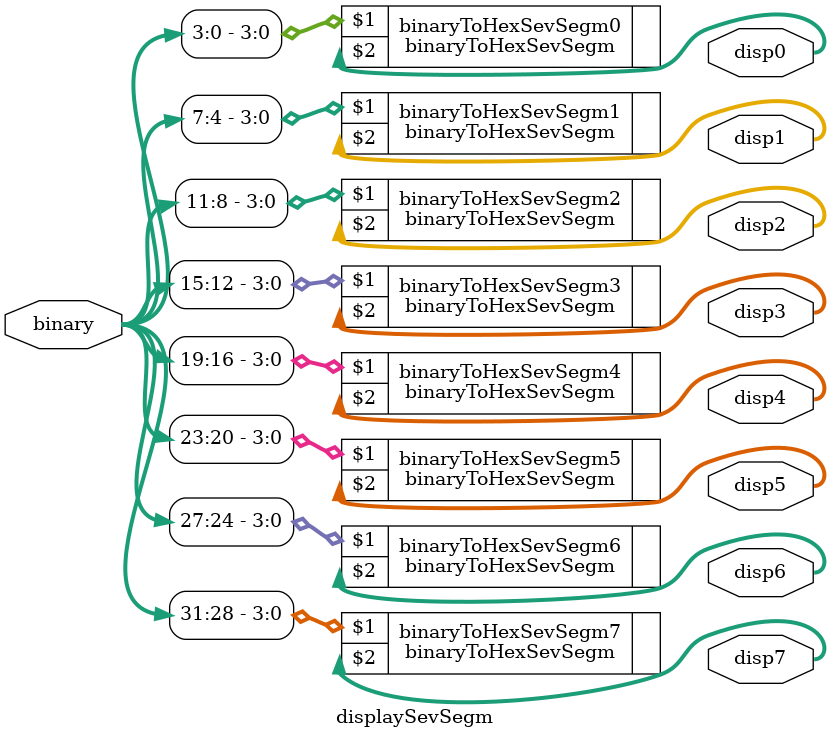
<source format=sv>
module displaySevSegm(
    input wire [31:0] binary,
    output wire [6:0] disp0,
    output wire [6:0] disp1,
    output wire [6:0] disp2,
    output wire [6:0] disp3,
    output wire [6:0] disp4,
    output wire [6:0] disp5,
    output wire [6:0] disp6,
    output wire [6:0] disp7
);

binaryToHexSevSegm binaryToHexSevSegm0 (binary[3:0], disp0);
binaryToHexSevSegm binaryToHexSevSegm1 (binary[7:4], disp1);
binaryToHexSevSegm binaryToHexSevSegm2 (binary[11:8], disp2);
binaryToHexSevSegm binaryToHexSevSegm3 (binary[15:12], disp3);
binaryToHexSevSegm binaryToHexSevSegm4 (binary[19:16], disp4);
binaryToHexSevSegm binaryToHexSevSegm5 (binary[23:20], disp5);
binaryToHexSevSegm binaryToHexSevSegm6 (binary[27:24], disp6);
binaryToHexSevSegm binaryToHexSevSegm7 (binary[31:28], disp7);


endmodule
</source>
